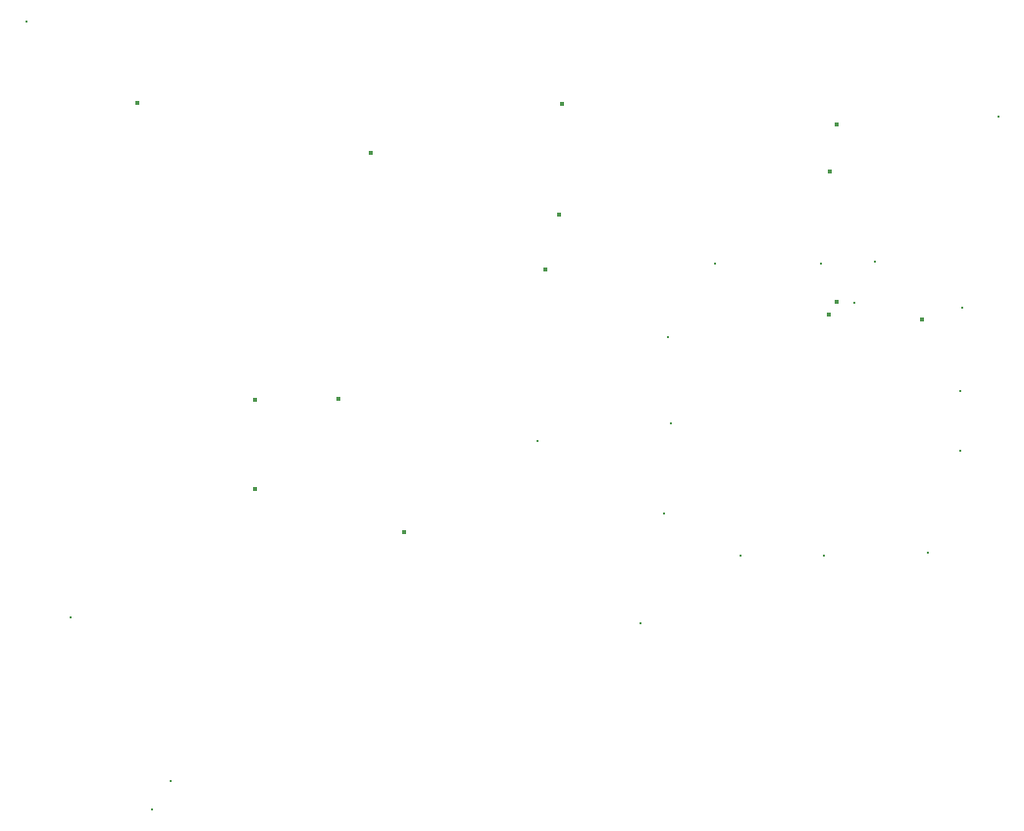
<source format=gbr>
%TF.GenerationSoftware,KiCad,Pcbnew,7.0.7*%
%TF.CreationDate,2024-06-01T18:58:22-04:00*%
%TF.ProjectId,Payload,5061796c-6f61-4642-9e6b-696361645f70,rev?*%
%TF.SameCoordinates,Original*%
%TF.FileFunction,Plated,1,2,Blind,Drill*%
%TF.FilePolarity,Positive*%
%FSLAX46Y46*%
G04 Gerber Fmt 4.6, Leading zero omitted, Abs format (unit mm)*
G04 Created by KiCad (PCBNEW 7.0.7) date 2024-06-01 18:58:22*
%MOMM*%
%LPD*%
G01*
G04 APERTURE LIST*
%TA.AperFunction,ViaDrill*%
%ADD10C,0.300000*%
%TD*%
%TA.AperFunction,ViaDrill*%
%ADD11C,0.400000*%
%TD*%
G04 APERTURE END LIST*
D10*
X72161400Y-47091600D03*
X76000000Y-98600000D03*
X83032600Y-115163600D03*
X84670900Y-112687100D03*
X116281200Y-83292950D03*
X125222000Y-99085400D03*
X127228600Y-89585800D03*
X127558800Y-74371200D03*
X127800000Y-81800000D03*
X131600000Y-68000000D03*
X133800000Y-93200000D03*
X140785500Y-68014500D03*
X141000000Y-93200000D03*
X143611600Y-71348600D03*
X145400000Y-67800000D03*
X150000000Y-93000000D03*
X152800000Y-79000000D03*
X152800000Y-84200000D03*
X153000000Y-71800000D03*
X156083000Y-55295800D03*
D11*
X81788000Y-54102000D03*
X91948000Y-79756000D03*
X91948000Y-87503000D03*
X99085400Y-79654400D03*
X101930200Y-58420000D03*
X104800400Y-91186000D03*
X116967000Y-68478400D03*
X118135400Y-63804800D03*
X118440200Y-54178200D03*
X141478000Y-72364600D03*
X141554200Y-60045600D03*
X142138400Y-71323200D03*
X142163800Y-55981600D03*
X149453600Y-72796400D03*
M02*

</source>
